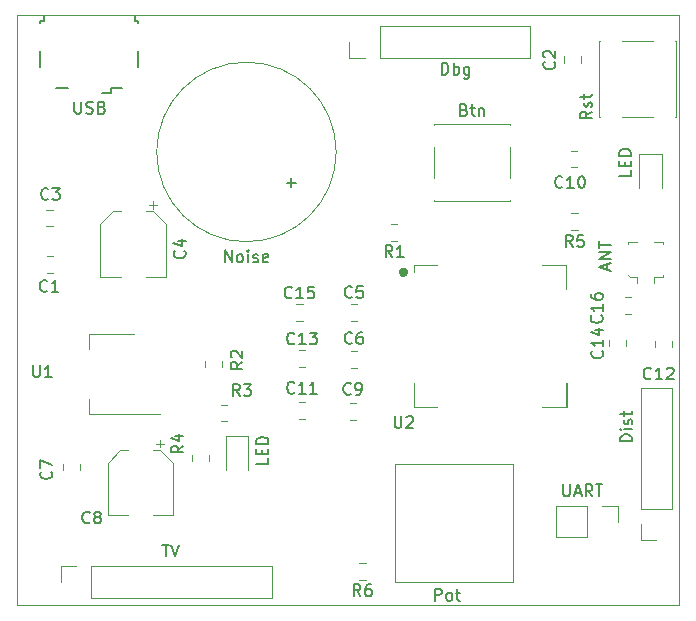
<source format=gbr>
G04 #@! TF.GenerationSoftware,KiCad,Pcbnew,5.1.5-52549c5~84~ubuntu18.04.1*
G04 #@! TF.CreationDate,2020-02-13T09:09:10+01:00*
G04 #@! TF.ProjectId,project,70726f6a-6563-4742-9e6b-696361645f70,rev?*
G04 #@! TF.SameCoordinates,Original*
G04 #@! TF.FileFunction,Legend,Top*
G04 #@! TF.FilePolarity,Positive*
%FSLAX46Y46*%
G04 Gerber Fmt 4.6, Leading zero omitted, Abs format (unit mm)*
G04 Created by KiCad (PCBNEW 5.1.5-52549c5~84~ubuntu18.04.1) date 2020-02-13 09:09:10*
%MOMM*%
%LPD*%
G04 APERTURE LIST*
%ADD10C,0.120000*%
%ADD11C,0.400000*%
%ADD12C,0.150000*%
G04 APERTURE END LIST*
D10*
X44000000Y-35000000D02*
X44000000Y-85000000D01*
X100000000Y-35000000D02*
X44000000Y-35000000D01*
X100000000Y-85000000D02*
X100000000Y-35000000D01*
X44000000Y-85000000D02*
X100000000Y-85000000D01*
D11*
X76900000Y-56800000D02*
G75*
G03X76900000Y-56800000I-200000J0D01*
G01*
D10*
X90550000Y-66200000D02*
X90550000Y-68200000D01*
X90450000Y-66200000D02*
X90450000Y-68200000D01*
X77550000Y-56200000D02*
X79550000Y-56200000D01*
X88450000Y-68200000D02*
X90450000Y-68200000D01*
X77550000Y-68200000D02*
X79550000Y-68200000D01*
X77550000Y-56200000D02*
X77550000Y-56800000D01*
X88450000Y-56200000D02*
X90450000Y-56200000D01*
X90450000Y-56200000D02*
X90450000Y-58200000D01*
X77550000Y-66200000D02*
X77550000Y-68200000D01*
X91436252Y-51790000D02*
X90913748Y-51790000D01*
X91436252Y-53210000D02*
X90913748Y-53210000D01*
X60210000Y-72761252D02*
X60210000Y-72238748D01*
X58790000Y-72761252D02*
X58790000Y-72238748D01*
X61640000Y-70640000D02*
X61640000Y-73500000D01*
X63560000Y-70640000D02*
X61640000Y-70640000D01*
X63560000Y-73500000D02*
X63560000Y-70640000D01*
X98100000Y-79430000D02*
X96770000Y-79430000D01*
X96770000Y-79430000D02*
X96770000Y-78100000D01*
X96770000Y-76830000D02*
X96770000Y-66610000D01*
X99430000Y-66610000D02*
X96770000Y-66610000D01*
X99430000Y-76830000D02*
X99430000Y-66610000D01*
X99430000Y-76830000D02*
X96770000Y-76830000D01*
X47670000Y-83000000D02*
X47670000Y-81670000D01*
X47670000Y-81670000D02*
X49000000Y-81670000D01*
X50270000Y-81670000D02*
X65570000Y-81670000D01*
X65570000Y-84330000D02*
X65570000Y-81670000D01*
X50270000Y-84330000D02*
X65570000Y-84330000D01*
X50270000Y-84330000D02*
X50270000Y-81670000D01*
X94830000Y-76570000D02*
X94830000Y-77900000D01*
X93500000Y-76570000D02*
X94830000Y-76570000D01*
X92230000Y-76570000D02*
X92230000Y-79230000D01*
X92230000Y-79230000D02*
X89630000Y-79230000D01*
X92230000Y-76570000D02*
X89630000Y-76570000D01*
X89630000Y-76570000D02*
X89630000Y-79230000D01*
X72070000Y-38630000D02*
X72070000Y-37300000D01*
X73400000Y-38630000D02*
X72070000Y-38630000D01*
X74670000Y-38630000D02*
X74670000Y-35970000D01*
X74670000Y-35970000D02*
X87430000Y-35970000D01*
X74670000Y-38630000D02*
X87430000Y-38630000D01*
X87430000Y-38630000D02*
X87430000Y-35970000D01*
X95986252Y-58890000D02*
X95463748Y-58890000D01*
X95986252Y-60310000D02*
X95463748Y-60310000D01*
X95510000Y-63061252D02*
X95510000Y-62538748D01*
X94090000Y-63061252D02*
X94090000Y-62538748D01*
X67838748Y-64810000D02*
X68361252Y-64810000D01*
X67838748Y-63390000D02*
X68361252Y-63390000D01*
X91361252Y-46490000D02*
X90838748Y-46490000D01*
X91361252Y-47910000D02*
X90838748Y-47910000D01*
X47890000Y-73013748D02*
X47890000Y-73536252D01*
X49310000Y-73013748D02*
X49310000Y-73536252D01*
X56100000Y-68810000D02*
X50090000Y-68810000D01*
X53850000Y-61990000D02*
X50090000Y-61990000D01*
X50090000Y-68810000D02*
X50090000Y-67550000D01*
X50090000Y-61990000D02*
X50090000Y-63250000D01*
X85730000Y-44270000D02*
X79270000Y-44270000D01*
X85730000Y-48800000D02*
X85730000Y-46200000D01*
X85730000Y-50730000D02*
X79270000Y-50730000D01*
X79270000Y-48800000D02*
X79270000Y-46200000D01*
X85730000Y-50700000D02*
X85730000Y-50730000D01*
X85730000Y-44270000D02*
X85730000Y-44300000D01*
X79270000Y-44270000D02*
X79270000Y-44300000D01*
X79270000Y-50730000D02*
X79270000Y-50700000D01*
X93270000Y-37170000D02*
X93270000Y-43630000D01*
X97800000Y-37170000D02*
X95200000Y-37170000D01*
X99730000Y-37170000D02*
X99730000Y-43630000D01*
X97800000Y-43630000D02*
X95200000Y-43630000D01*
X99700000Y-37170000D02*
X99730000Y-37170000D01*
X93270000Y-37170000D02*
X93300000Y-37170000D01*
X93270000Y-43630000D02*
X93300000Y-43630000D01*
X99730000Y-43630000D02*
X99700000Y-43630000D01*
X61238748Y-69410000D02*
X61761252Y-69410000D01*
X61238748Y-67990000D02*
X61761252Y-67990000D01*
X59890000Y-64313748D02*
X59890000Y-64836252D01*
X61310000Y-64313748D02*
X61310000Y-64836252D01*
X76186252Y-52690000D02*
X75663748Y-52690000D01*
X76186252Y-54110000D02*
X75663748Y-54110000D01*
X71000000Y-46600000D02*
G75*
G03X71000000Y-46600000I-7600000J0D01*
G01*
X95700000Y-54200000D02*
X96500000Y-54200000D01*
X95700000Y-54400000D02*
X95700000Y-54200000D01*
X98700000Y-54200000D02*
X98700000Y-54400000D01*
X97900000Y-54200000D02*
X98700000Y-54200000D01*
X98700000Y-57200000D02*
X97900000Y-57200000D01*
X98700000Y-57000000D02*
X98700000Y-57200000D01*
X95900000Y-57200000D02*
X95700000Y-57000000D01*
X96500000Y-57200000D02*
X95900000Y-57200000D01*
X96500000Y-57200000D02*
X96500000Y-57700000D01*
X97900000Y-57200000D02*
X97900000Y-57700000D01*
D12*
X48300000Y-41200000D02*
X47300000Y-41200000D01*
X51900000Y-41200000D02*
X52900000Y-41200000D01*
X51900000Y-41625000D02*
X51900000Y-41200000D01*
X51175000Y-41625000D02*
X51900000Y-41625000D01*
X45950000Y-38050000D02*
X45950000Y-39450000D01*
X45950000Y-35500000D02*
X45950000Y-35650000D01*
X46250000Y-35500000D02*
X45950000Y-35500000D01*
X46250000Y-35050000D02*
X46250000Y-35500000D01*
X53950000Y-35500000D02*
X53950000Y-35050000D01*
X54250000Y-35500000D02*
X53950000Y-35500000D01*
X54250000Y-35650000D02*
X54250000Y-35500000D01*
X54250000Y-39450000D02*
X54250000Y-38050000D01*
D10*
X96640000Y-46815000D02*
X96640000Y-49675000D01*
X98560000Y-46815000D02*
X96640000Y-46815000D01*
X98560000Y-49675000D02*
X98560000Y-46815000D01*
X67638748Y-60910000D02*
X68161252Y-60910000D01*
X67638748Y-59490000D02*
X68161252Y-59490000D01*
X97990000Y-62613748D02*
X97990000Y-63136252D01*
X99410000Y-62613748D02*
X99410000Y-63136252D01*
X67863748Y-69210000D02*
X68386252Y-69210000D01*
X67863748Y-67790000D02*
X68386252Y-67790000D01*
X72661252Y-67890000D02*
X72138748Y-67890000D01*
X72661252Y-69310000D02*
X72138748Y-69310000D01*
X56397500Y-71287500D02*
X55772500Y-71287500D01*
X56085000Y-70975000D02*
X56085000Y-71600000D01*
X52704437Y-71840000D02*
X51640000Y-72904437D01*
X56095563Y-71840000D02*
X57160000Y-72904437D01*
X56095563Y-71840000D02*
X55460000Y-71840000D01*
X52704437Y-71840000D02*
X53340000Y-71840000D01*
X51640000Y-72904437D02*
X51640000Y-77360000D01*
X57160000Y-72904437D02*
X57160000Y-77360000D01*
X57160000Y-77360000D02*
X55460000Y-77360000D01*
X51640000Y-77360000D02*
X53340000Y-77360000D01*
X72736252Y-63490000D02*
X72213748Y-63490000D01*
X72736252Y-64910000D02*
X72213748Y-64910000D01*
X72761252Y-59490000D02*
X72238748Y-59490000D01*
X72761252Y-60910000D02*
X72238748Y-60910000D01*
X55797500Y-51087500D02*
X55172500Y-51087500D01*
X55485000Y-50775000D02*
X55485000Y-51400000D01*
X52104437Y-51640000D02*
X51040000Y-52704437D01*
X55495563Y-51640000D02*
X56560000Y-52704437D01*
X55495563Y-51640000D02*
X54860000Y-51640000D01*
X52104437Y-51640000D02*
X52740000Y-51640000D01*
X51040000Y-52704437D02*
X51040000Y-57160000D01*
X56560000Y-52704437D02*
X56560000Y-57160000D01*
X56560000Y-57160000D02*
X54860000Y-57160000D01*
X51040000Y-57160000D02*
X52740000Y-57160000D01*
X46986252Y-51490000D02*
X46463748Y-51490000D01*
X46986252Y-52910000D02*
X46463748Y-52910000D01*
X91710000Y-39036252D02*
X91710000Y-38513748D01*
X90290000Y-39036252D02*
X90290000Y-38513748D01*
X47061252Y-55390000D02*
X46538748Y-55390000D01*
X47061252Y-56810000D02*
X46538748Y-56810000D01*
X73486252Y-82810000D02*
X72963748Y-82810000D01*
X73486252Y-81390000D02*
X72963748Y-81390000D01*
X76000000Y-83000000D02*
X86000000Y-83000000D01*
X86000000Y-83000000D02*
X86000000Y-73000000D01*
X86000000Y-73000000D02*
X76000000Y-73000000D01*
X76000000Y-73000000D02*
X76000000Y-83000000D01*
D12*
X75938095Y-68952380D02*
X75938095Y-69761904D01*
X75985714Y-69857142D01*
X76033333Y-69904761D01*
X76128571Y-69952380D01*
X76319047Y-69952380D01*
X76414285Y-69904761D01*
X76461904Y-69857142D01*
X76509523Y-69761904D01*
X76509523Y-68952380D01*
X76938095Y-69047619D02*
X76985714Y-69000000D01*
X77080952Y-68952380D01*
X77319047Y-68952380D01*
X77414285Y-69000000D01*
X77461904Y-69047619D01*
X77509523Y-69142857D01*
X77509523Y-69238095D01*
X77461904Y-69380952D01*
X76890476Y-69952380D01*
X77509523Y-69952380D01*
X91008333Y-54652380D02*
X90675000Y-54176190D01*
X90436904Y-54652380D02*
X90436904Y-53652380D01*
X90817857Y-53652380D01*
X90913095Y-53700000D01*
X90960714Y-53747619D01*
X91008333Y-53842857D01*
X91008333Y-53985714D01*
X90960714Y-54080952D01*
X90913095Y-54128571D01*
X90817857Y-54176190D01*
X90436904Y-54176190D01*
X91913095Y-53652380D02*
X91436904Y-53652380D01*
X91389285Y-54128571D01*
X91436904Y-54080952D01*
X91532142Y-54033333D01*
X91770238Y-54033333D01*
X91865476Y-54080952D01*
X91913095Y-54128571D01*
X91960714Y-54223809D01*
X91960714Y-54461904D01*
X91913095Y-54557142D01*
X91865476Y-54604761D01*
X91770238Y-54652380D01*
X91532142Y-54652380D01*
X91436904Y-54604761D01*
X91389285Y-54557142D01*
X58052380Y-71466666D02*
X57576190Y-71800000D01*
X58052380Y-72038095D02*
X57052380Y-72038095D01*
X57052380Y-71657142D01*
X57100000Y-71561904D01*
X57147619Y-71514285D01*
X57242857Y-71466666D01*
X57385714Y-71466666D01*
X57480952Y-71514285D01*
X57528571Y-71561904D01*
X57576190Y-71657142D01*
X57576190Y-72038095D01*
X57385714Y-70609523D02*
X58052380Y-70609523D01*
X57004761Y-70847619D02*
X57719047Y-71085714D01*
X57719047Y-70466666D01*
X65252380Y-72542857D02*
X65252380Y-73019047D01*
X64252380Y-73019047D01*
X64728571Y-72209523D02*
X64728571Y-71876190D01*
X65252380Y-71733333D02*
X65252380Y-72209523D01*
X64252380Y-72209523D01*
X64252380Y-71733333D01*
X65252380Y-71304761D02*
X64252380Y-71304761D01*
X64252380Y-71066666D01*
X64300000Y-70923809D01*
X64395238Y-70828571D01*
X64490476Y-70780952D01*
X64680952Y-70733333D01*
X64823809Y-70733333D01*
X65014285Y-70780952D01*
X65109523Y-70828571D01*
X65204761Y-70923809D01*
X65252380Y-71066666D01*
X65252380Y-71304761D01*
X96052380Y-71090476D02*
X95052380Y-71090476D01*
X95052380Y-70852380D01*
X95100000Y-70709523D01*
X95195238Y-70614285D01*
X95290476Y-70566666D01*
X95480952Y-70519047D01*
X95623809Y-70519047D01*
X95814285Y-70566666D01*
X95909523Y-70614285D01*
X96004761Y-70709523D01*
X96052380Y-70852380D01*
X96052380Y-71090476D01*
X96052380Y-70090476D02*
X95385714Y-70090476D01*
X95052380Y-70090476D02*
X95100000Y-70138095D01*
X95147619Y-70090476D01*
X95100000Y-70042857D01*
X95052380Y-70090476D01*
X95147619Y-70090476D01*
X96004761Y-69661904D02*
X96052380Y-69566666D01*
X96052380Y-69376190D01*
X96004761Y-69280952D01*
X95909523Y-69233333D01*
X95861904Y-69233333D01*
X95766666Y-69280952D01*
X95719047Y-69376190D01*
X95719047Y-69519047D01*
X95671428Y-69614285D01*
X95576190Y-69661904D01*
X95528571Y-69661904D01*
X95433333Y-69614285D01*
X95385714Y-69519047D01*
X95385714Y-69376190D01*
X95433333Y-69280952D01*
X95385714Y-68947619D02*
X95385714Y-68566666D01*
X95052380Y-68804761D02*
X95909523Y-68804761D01*
X96004761Y-68757142D01*
X96052380Y-68661904D01*
X96052380Y-68566666D01*
X56285714Y-79852380D02*
X56857142Y-79852380D01*
X56571428Y-80852380D02*
X56571428Y-79852380D01*
X57047619Y-79852380D02*
X57380952Y-80852380D01*
X57714285Y-79852380D01*
X90204761Y-74752380D02*
X90204761Y-75561904D01*
X90252380Y-75657142D01*
X90300000Y-75704761D01*
X90395238Y-75752380D01*
X90585714Y-75752380D01*
X90680952Y-75704761D01*
X90728571Y-75657142D01*
X90776190Y-75561904D01*
X90776190Y-74752380D01*
X91204761Y-75466666D02*
X91680952Y-75466666D01*
X91109523Y-75752380D02*
X91442857Y-74752380D01*
X91776190Y-75752380D01*
X92680952Y-75752380D02*
X92347619Y-75276190D01*
X92109523Y-75752380D02*
X92109523Y-74752380D01*
X92490476Y-74752380D01*
X92585714Y-74800000D01*
X92633333Y-74847619D01*
X92680952Y-74942857D01*
X92680952Y-75085714D01*
X92633333Y-75180952D01*
X92585714Y-75228571D01*
X92490476Y-75276190D01*
X92109523Y-75276190D01*
X92966666Y-74752380D02*
X93538095Y-74752380D01*
X93252380Y-75752380D02*
X93252380Y-74752380D01*
X79933333Y-40052380D02*
X79933333Y-39052380D01*
X80171428Y-39052380D01*
X80314285Y-39100000D01*
X80409523Y-39195238D01*
X80457142Y-39290476D01*
X80504761Y-39480952D01*
X80504761Y-39623809D01*
X80457142Y-39814285D01*
X80409523Y-39909523D01*
X80314285Y-40004761D01*
X80171428Y-40052380D01*
X79933333Y-40052380D01*
X80933333Y-40052380D02*
X80933333Y-39052380D01*
X80933333Y-39433333D02*
X81028571Y-39385714D01*
X81219047Y-39385714D01*
X81314285Y-39433333D01*
X81361904Y-39480952D01*
X81409523Y-39576190D01*
X81409523Y-39861904D01*
X81361904Y-39957142D01*
X81314285Y-40004761D01*
X81219047Y-40052380D01*
X81028571Y-40052380D01*
X80933333Y-40004761D01*
X82266666Y-39385714D02*
X82266666Y-40195238D01*
X82219047Y-40290476D01*
X82171428Y-40338095D01*
X82076190Y-40385714D01*
X81933333Y-40385714D01*
X81838095Y-40338095D01*
X82266666Y-40004761D02*
X82171428Y-40052380D01*
X81980952Y-40052380D01*
X81885714Y-40004761D01*
X81838095Y-39957142D01*
X81790476Y-39861904D01*
X81790476Y-39576190D01*
X81838095Y-39480952D01*
X81885714Y-39433333D01*
X81980952Y-39385714D01*
X82171428Y-39385714D01*
X82266666Y-39433333D01*
X93457142Y-60442857D02*
X93504761Y-60490476D01*
X93552380Y-60633333D01*
X93552380Y-60728571D01*
X93504761Y-60871428D01*
X93409523Y-60966666D01*
X93314285Y-61014285D01*
X93123809Y-61061904D01*
X92980952Y-61061904D01*
X92790476Y-61014285D01*
X92695238Y-60966666D01*
X92600000Y-60871428D01*
X92552380Y-60728571D01*
X92552380Y-60633333D01*
X92600000Y-60490476D01*
X92647619Y-60442857D01*
X93552380Y-59490476D02*
X93552380Y-60061904D01*
X93552380Y-59776190D02*
X92552380Y-59776190D01*
X92695238Y-59871428D01*
X92790476Y-59966666D01*
X92838095Y-60061904D01*
X92552380Y-58633333D02*
X92552380Y-58823809D01*
X92600000Y-58919047D01*
X92647619Y-58966666D01*
X92790476Y-59061904D01*
X92980952Y-59109523D01*
X93361904Y-59109523D01*
X93457142Y-59061904D01*
X93504761Y-59014285D01*
X93552380Y-58919047D01*
X93552380Y-58728571D01*
X93504761Y-58633333D01*
X93457142Y-58585714D01*
X93361904Y-58538095D01*
X93123809Y-58538095D01*
X93028571Y-58585714D01*
X92980952Y-58633333D01*
X92933333Y-58728571D01*
X92933333Y-58919047D01*
X92980952Y-59014285D01*
X93028571Y-59061904D01*
X93123809Y-59109523D01*
X93507142Y-63442857D02*
X93554761Y-63490476D01*
X93602380Y-63633333D01*
X93602380Y-63728571D01*
X93554761Y-63871428D01*
X93459523Y-63966666D01*
X93364285Y-64014285D01*
X93173809Y-64061904D01*
X93030952Y-64061904D01*
X92840476Y-64014285D01*
X92745238Y-63966666D01*
X92650000Y-63871428D01*
X92602380Y-63728571D01*
X92602380Y-63633333D01*
X92650000Y-63490476D01*
X92697619Y-63442857D01*
X93602380Y-62490476D02*
X93602380Y-63061904D01*
X93602380Y-62776190D02*
X92602380Y-62776190D01*
X92745238Y-62871428D01*
X92840476Y-62966666D01*
X92888095Y-63061904D01*
X92935714Y-61633333D02*
X93602380Y-61633333D01*
X92554761Y-61871428D02*
X93269047Y-62109523D01*
X93269047Y-61490476D01*
X67457142Y-62807142D02*
X67409523Y-62854761D01*
X67266666Y-62902380D01*
X67171428Y-62902380D01*
X67028571Y-62854761D01*
X66933333Y-62759523D01*
X66885714Y-62664285D01*
X66838095Y-62473809D01*
X66838095Y-62330952D01*
X66885714Y-62140476D01*
X66933333Y-62045238D01*
X67028571Y-61950000D01*
X67171428Y-61902380D01*
X67266666Y-61902380D01*
X67409523Y-61950000D01*
X67457142Y-61997619D01*
X68409523Y-62902380D02*
X67838095Y-62902380D01*
X68123809Y-62902380D02*
X68123809Y-61902380D01*
X68028571Y-62045238D01*
X67933333Y-62140476D01*
X67838095Y-62188095D01*
X68742857Y-61902380D02*
X69361904Y-61902380D01*
X69028571Y-62283333D01*
X69171428Y-62283333D01*
X69266666Y-62330952D01*
X69314285Y-62378571D01*
X69361904Y-62473809D01*
X69361904Y-62711904D01*
X69314285Y-62807142D01*
X69266666Y-62854761D01*
X69171428Y-62902380D01*
X68885714Y-62902380D01*
X68790476Y-62854761D01*
X68742857Y-62807142D01*
X90157142Y-49557142D02*
X90109523Y-49604761D01*
X89966666Y-49652380D01*
X89871428Y-49652380D01*
X89728571Y-49604761D01*
X89633333Y-49509523D01*
X89585714Y-49414285D01*
X89538095Y-49223809D01*
X89538095Y-49080952D01*
X89585714Y-48890476D01*
X89633333Y-48795238D01*
X89728571Y-48700000D01*
X89871428Y-48652380D01*
X89966666Y-48652380D01*
X90109523Y-48700000D01*
X90157142Y-48747619D01*
X91109523Y-49652380D02*
X90538095Y-49652380D01*
X90823809Y-49652380D02*
X90823809Y-48652380D01*
X90728571Y-48795238D01*
X90633333Y-48890476D01*
X90538095Y-48938095D01*
X91728571Y-48652380D02*
X91823809Y-48652380D01*
X91919047Y-48700000D01*
X91966666Y-48747619D01*
X92014285Y-48842857D01*
X92061904Y-49033333D01*
X92061904Y-49271428D01*
X92014285Y-49461904D01*
X91966666Y-49557142D01*
X91919047Y-49604761D01*
X91823809Y-49652380D01*
X91728571Y-49652380D01*
X91633333Y-49604761D01*
X91585714Y-49557142D01*
X91538095Y-49461904D01*
X91490476Y-49271428D01*
X91490476Y-49033333D01*
X91538095Y-48842857D01*
X91585714Y-48747619D01*
X91633333Y-48700000D01*
X91728571Y-48652380D01*
X46857142Y-73666666D02*
X46904761Y-73714285D01*
X46952380Y-73857142D01*
X46952380Y-73952380D01*
X46904761Y-74095238D01*
X46809523Y-74190476D01*
X46714285Y-74238095D01*
X46523809Y-74285714D01*
X46380952Y-74285714D01*
X46190476Y-74238095D01*
X46095238Y-74190476D01*
X46000000Y-74095238D01*
X45952380Y-73952380D01*
X45952380Y-73857142D01*
X46000000Y-73714285D01*
X46047619Y-73666666D01*
X45952380Y-73333333D02*
X45952380Y-72666666D01*
X46952380Y-73095238D01*
X45338095Y-64652380D02*
X45338095Y-65461904D01*
X45385714Y-65557142D01*
X45433333Y-65604761D01*
X45528571Y-65652380D01*
X45719047Y-65652380D01*
X45814285Y-65604761D01*
X45861904Y-65557142D01*
X45909523Y-65461904D01*
X45909523Y-64652380D01*
X46909523Y-65652380D02*
X46338095Y-65652380D01*
X46623809Y-65652380D02*
X46623809Y-64652380D01*
X46528571Y-64795238D01*
X46433333Y-64890476D01*
X46338095Y-64938095D01*
X81833333Y-43028571D02*
X81976190Y-43076190D01*
X82023809Y-43123809D01*
X82071428Y-43219047D01*
X82071428Y-43361904D01*
X82023809Y-43457142D01*
X81976190Y-43504761D01*
X81880952Y-43552380D01*
X81500000Y-43552380D01*
X81500000Y-42552380D01*
X81833333Y-42552380D01*
X81928571Y-42600000D01*
X81976190Y-42647619D01*
X82023809Y-42742857D01*
X82023809Y-42838095D01*
X81976190Y-42933333D01*
X81928571Y-42980952D01*
X81833333Y-43028571D01*
X81500000Y-43028571D01*
X82357142Y-42885714D02*
X82738095Y-42885714D01*
X82500000Y-42552380D02*
X82500000Y-43409523D01*
X82547619Y-43504761D01*
X82642857Y-43552380D01*
X82738095Y-43552380D01*
X83071428Y-42885714D02*
X83071428Y-43552380D01*
X83071428Y-42980952D02*
X83119047Y-42933333D01*
X83214285Y-42885714D01*
X83357142Y-42885714D01*
X83452380Y-42933333D01*
X83500000Y-43028571D01*
X83500000Y-43552380D01*
X92652380Y-43180952D02*
X92176190Y-43514285D01*
X92652380Y-43752380D02*
X91652380Y-43752380D01*
X91652380Y-43371428D01*
X91700000Y-43276190D01*
X91747619Y-43228571D01*
X91842857Y-43180952D01*
X91985714Y-43180952D01*
X92080952Y-43228571D01*
X92128571Y-43276190D01*
X92176190Y-43371428D01*
X92176190Y-43752380D01*
X92604761Y-42800000D02*
X92652380Y-42704761D01*
X92652380Y-42514285D01*
X92604761Y-42419047D01*
X92509523Y-42371428D01*
X92461904Y-42371428D01*
X92366666Y-42419047D01*
X92319047Y-42514285D01*
X92319047Y-42657142D01*
X92271428Y-42752380D01*
X92176190Y-42800000D01*
X92128571Y-42800000D01*
X92033333Y-42752380D01*
X91985714Y-42657142D01*
X91985714Y-42514285D01*
X92033333Y-42419047D01*
X91985714Y-42085714D02*
X91985714Y-41704761D01*
X91652380Y-41942857D02*
X92509523Y-41942857D01*
X92604761Y-41895238D01*
X92652380Y-41800000D01*
X92652380Y-41704761D01*
X62833333Y-67252380D02*
X62500000Y-66776190D01*
X62261904Y-67252380D02*
X62261904Y-66252380D01*
X62642857Y-66252380D01*
X62738095Y-66300000D01*
X62785714Y-66347619D01*
X62833333Y-66442857D01*
X62833333Y-66585714D01*
X62785714Y-66680952D01*
X62738095Y-66728571D01*
X62642857Y-66776190D01*
X62261904Y-66776190D01*
X63166666Y-66252380D02*
X63785714Y-66252380D01*
X63452380Y-66633333D01*
X63595238Y-66633333D01*
X63690476Y-66680952D01*
X63738095Y-66728571D01*
X63785714Y-66823809D01*
X63785714Y-67061904D01*
X63738095Y-67157142D01*
X63690476Y-67204761D01*
X63595238Y-67252380D01*
X63309523Y-67252380D01*
X63214285Y-67204761D01*
X63166666Y-67157142D01*
X63052380Y-64366666D02*
X62576190Y-64700000D01*
X63052380Y-64938095D02*
X62052380Y-64938095D01*
X62052380Y-64557142D01*
X62100000Y-64461904D01*
X62147619Y-64414285D01*
X62242857Y-64366666D01*
X62385714Y-64366666D01*
X62480952Y-64414285D01*
X62528571Y-64461904D01*
X62576190Y-64557142D01*
X62576190Y-64938095D01*
X62147619Y-63985714D02*
X62100000Y-63938095D01*
X62052380Y-63842857D01*
X62052380Y-63604761D01*
X62100000Y-63509523D01*
X62147619Y-63461904D01*
X62242857Y-63414285D01*
X62338095Y-63414285D01*
X62480952Y-63461904D01*
X63052380Y-64033333D01*
X63052380Y-63414285D01*
X75758333Y-55502380D02*
X75425000Y-55026190D01*
X75186904Y-55502380D02*
X75186904Y-54502380D01*
X75567857Y-54502380D01*
X75663095Y-54550000D01*
X75710714Y-54597619D01*
X75758333Y-54692857D01*
X75758333Y-54835714D01*
X75710714Y-54930952D01*
X75663095Y-54978571D01*
X75567857Y-55026190D01*
X75186904Y-55026190D01*
X76710714Y-55502380D02*
X76139285Y-55502380D01*
X76425000Y-55502380D02*
X76425000Y-54502380D01*
X76329761Y-54645238D01*
X76234523Y-54740476D01*
X76139285Y-54788095D01*
X61580476Y-55942380D02*
X61580476Y-54942380D01*
X62151904Y-55942380D01*
X62151904Y-54942380D01*
X62770952Y-55942380D02*
X62675714Y-55894761D01*
X62628095Y-55847142D01*
X62580476Y-55751904D01*
X62580476Y-55466190D01*
X62628095Y-55370952D01*
X62675714Y-55323333D01*
X62770952Y-55275714D01*
X62913809Y-55275714D01*
X63009047Y-55323333D01*
X63056666Y-55370952D01*
X63104285Y-55466190D01*
X63104285Y-55751904D01*
X63056666Y-55847142D01*
X63009047Y-55894761D01*
X62913809Y-55942380D01*
X62770952Y-55942380D01*
X63532857Y-55942380D02*
X63532857Y-55275714D01*
X63532857Y-54942380D02*
X63485238Y-54990000D01*
X63532857Y-55037619D01*
X63580476Y-54990000D01*
X63532857Y-54942380D01*
X63532857Y-55037619D01*
X63961428Y-55894761D02*
X64056666Y-55942380D01*
X64247142Y-55942380D01*
X64342380Y-55894761D01*
X64390000Y-55799523D01*
X64390000Y-55751904D01*
X64342380Y-55656666D01*
X64247142Y-55609047D01*
X64104285Y-55609047D01*
X64009047Y-55561428D01*
X63961428Y-55466190D01*
X63961428Y-55418571D01*
X64009047Y-55323333D01*
X64104285Y-55275714D01*
X64247142Y-55275714D01*
X64342380Y-55323333D01*
X65199523Y-55894761D02*
X65104285Y-55942380D01*
X64913809Y-55942380D01*
X64818571Y-55894761D01*
X64770952Y-55799523D01*
X64770952Y-55418571D01*
X64818571Y-55323333D01*
X64913809Y-55275714D01*
X65104285Y-55275714D01*
X65199523Y-55323333D01*
X65247142Y-55418571D01*
X65247142Y-55513809D01*
X64770952Y-55609047D01*
X66829047Y-49211428D02*
X67590952Y-49211428D01*
X67210000Y-49592380D02*
X67210000Y-48830476D01*
X93966666Y-56542857D02*
X93966666Y-56066666D01*
X94252380Y-56638095D02*
X93252380Y-56304761D01*
X94252380Y-55971428D01*
X94252380Y-55638095D02*
X93252380Y-55638095D01*
X94252380Y-55066666D01*
X93252380Y-55066666D01*
X93252380Y-54733333D02*
X93252380Y-54161904D01*
X94252380Y-54447619D02*
X93252380Y-54447619D01*
X48838095Y-42352380D02*
X48838095Y-43161904D01*
X48885714Y-43257142D01*
X48933333Y-43304761D01*
X49028571Y-43352380D01*
X49219047Y-43352380D01*
X49314285Y-43304761D01*
X49361904Y-43257142D01*
X49409523Y-43161904D01*
X49409523Y-42352380D01*
X49838095Y-43304761D02*
X49980952Y-43352380D01*
X50219047Y-43352380D01*
X50314285Y-43304761D01*
X50361904Y-43257142D01*
X50409523Y-43161904D01*
X50409523Y-43066666D01*
X50361904Y-42971428D01*
X50314285Y-42923809D01*
X50219047Y-42876190D01*
X50028571Y-42828571D01*
X49933333Y-42780952D01*
X49885714Y-42733333D01*
X49838095Y-42638095D01*
X49838095Y-42542857D01*
X49885714Y-42447619D01*
X49933333Y-42400000D01*
X50028571Y-42352380D01*
X50266666Y-42352380D01*
X50409523Y-42400000D01*
X51171428Y-42828571D02*
X51314285Y-42876190D01*
X51361904Y-42923809D01*
X51409523Y-43019047D01*
X51409523Y-43161904D01*
X51361904Y-43257142D01*
X51314285Y-43304761D01*
X51219047Y-43352380D01*
X50838095Y-43352380D01*
X50838095Y-42352380D01*
X51171428Y-42352380D01*
X51266666Y-42400000D01*
X51314285Y-42447619D01*
X51361904Y-42542857D01*
X51361904Y-42638095D01*
X51314285Y-42733333D01*
X51266666Y-42780952D01*
X51171428Y-42828571D01*
X50838095Y-42828571D01*
X95952380Y-48142857D02*
X95952380Y-48619047D01*
X94952380Y-48619047D01*
X95428571Y-47809523D02*
X95428571Y-47476190D01*
X95952380Y-47333333D02*
X95952380Y-47809523D01*
X94952380Y-47809523D01*
X94952380Y-47333333D01*
X95952380Y-46904761D02*
X94952380Y-46904761D01*
X94952380Y-46666666D01*
X95000000Y-46523809D01*
X95095238Y-46428571D01*
X95190476Y-46380952D01*
X95380952Y-46333333D01*
X95523809Y-46333333D01*
X95714285Y-46380952D01*
X95809523Y-46428571D01*
X95904761Y-46523809D01*
X95952380Y-46666666D01*
X95952380Y-46904761D01*
X67257142Y-58907142D02*
X67209523Y-58954761D01*
X67066666Y-59002380D01*
X66971428Y-59002380D01*
X66828571Y-58954761D01*
X66733333Y-58859523D01*
X66685714Y-58764285D01*
X66638095Y-58573809D01*
X66638095Y-58430952D01*
X66685714Y-58240476D01*
X66733333Y-58145238D01*
X66828571Y-58050000D01*
X66971428Y-58002380D01*
X67066666Y-58002380D01*
X67209523Y-58050000D01*
X67257142Y-58097619D01*
X68209523Y-59002380D02*
X67638095Y-59002380D01*
X67923809Y-59002380D02*
X67923809Y-58002380D01*
X67828571Y-58145238D01*
X67733333Y-58240476D01*
X67638095Y-58288095D01*
X69114285Y-58002380D02*
X68638095Y-58002380D01*
X68590476Y-58478571D01*
X68638095Y-58430952D01*
X68733333Y-58383333D01*
X68971428Y-58383333D01*
X69066666Y-58430952D01*
X69114285Y-58478571D01*
X69161904Y-58573809D01*
X69161904Y-58811904D01*
X69114285Y-58907142D01*
X69066666Y-58954761D01*
X68971428Y-59002380D01*
X68733333Y-59002380D01*
X68638095Y-58954761D01*
X68590476Y-58907142D01*
X97657142Y-65757142D02*
X97609523Y-65804761D01*
X97466666Y-65852380D01*
X97371428Y-65852380D01*
X97228571Y-65804761D01*
X97133333Y-65709523D01*
X97085714Y-65614285D01*
X97038095Y-65423809D01*
X97038095Y-65280952D01*
X97085714Y-65090476D01*
X97133333Y-64995238D01*
X97228571Y-64900000D01*
X97371428Y-64852380D01*
X97466666Y-64852380D01*
X97609523Y-64900000D01*
X97657142Y-64947619D01*
X98609523Y-65852380D02*
X98038095Y-65852380D01*
X98323809Y-65852380D02*
X98323809Y-64852380D01*
X98228571Y-64995238D01*
X98133333Y-65090476D01*
X98038095Y-65138095D01*
X98990476Y-64947619D02*
X99038095Y-64900000D01*
X99133333Y-64852380D01*
X99371428Y-64852380D01*
X99466666Y-64900000D01*
X99514285Y-64947619D01*
X99561904Y-65042857D01*
X99561904Y-65138095D01*
X99514285Y-65280952D01*
X98942857Y-65852380D01*
X99561904Y-65852380D01*
X67457142Y-66957142D02*
X67409523Y-67004761D01*
X67266666Y-67052380D01*
X67171428Y-67052380D01*
X67028571Y-67004761D01*
X66933333Y-66909523D01*
X66885714Y-66814285D01*
X66838095Y-66623809D01*
X66838095Y-66480952D01*
X66885714Y-66290476D01*
X66933333Y-66195238D01*
X67028571Y-66100000D01*
X67171428Y-66052380D01*
X67266666Y-66052380D01*
X67409523Y-66100000D01*
X67457142Y-66147619D01*
X68409523Y-67052380D02*
X67838095Y-67052380D01*
X68123809Y-67052380D02*
X68123809Y-66052380D01*
X68028571Y-66195238D01*
X67933333Y-66290476D01*
X67838095Y-66338095D01*
X69361904Y-67052380D02*
X68790476Y-67052380D01*
X69076190Y-67052380D02*
X69076190Y-66052380D01*
X68980952Y-66195238D01*
X68885714Y-66290476D01*
X68790476Y-66338095D01*
X72233333Y-67057142D02*
X72185714Y-67104761D01*
X72042857Y-67152380D01*
X71947619Y-67152380D01*
X71804761Y-67104761D01*
X71709523Y-67009523D01*
X71661904Y-66914285D01*
X71614285Y-66723809D01*
X71614285Y-66580952D01*
X71661904Y-66390476D01*
X71709523Y-66295238D01*
X71804761Y-66200000D01*
X71947619Y-66152380D01*
X72042857Y-66152380D01*
X72185714Y-66200000D01*
X72233333Y-66247619D01*
X72709523Y-67152380D02*
X72900000Y-67152380D01*
X72995238Y-67104761D01*
X73042857Y-67057142D01*
X73138095Y-66914285D01*
X73185714Y-66723809D01*
X73185714Y-66342857D01*
X73138095Y-66247619D01*
X73090476Y-66200000D01*
X72995238Y-66152380D01*
X72804761Y-66152380D01*
X72709523Y-66200000D01*
X72661904Y-66247619D01*
X72614285Y-66342857D01*
X72614285Y-66580952D01*
X72661904Y-66676190D01*
X72709523Y-66723809D01*
X72804761Y-66771428D01*
X72995238Y-66771428D01*
X73090476Y-66723809D01*
X73138095Y-66676190D01*
X73185714Y-66580952D01*
X50133333Y-77957142D02*
X50085714Y-78004761D01*
X49942857Y-78052380D01*
X49847619Y-78052380D01*
X49704761Y-78004761D01*
X49609523Y-77909523D01*
X49561904Y-77814285D01*
X49514285Y-77623809D01*
X49514285Y-77480952D01*
X49561904Y-77290476D01*
X49609523Y-77195238D01*
X49704761Y-77100000D01*
X49847619Y-77052380D01*
X49942857Y-77052380D01*
X50085714Y-77100000D01*
X50133333Y-77147619D01*
X50704761Y-77480952D02*
X50609523Y-77433333D01*
X50561904Y-77385714D01*
X50514285Y-77290476D01*
X50514285Y-77242857D01*
X50561904Y-77147619D01*
X50609523Y-77100000D01*
X50704761Y-77052380D01*
X50895238Y-77052380D01*
X50990476Y-77100000D01*
X51038095Y-77147619D01*
X51085714Y-77242857D01*
X51085714Y-77290476D01*
X51038095Y-77385714D01*
X50990476Y-77433333D01*
X50895238Y-77480952D01*
X50704761Y-77480952D01*
X50609523Y-77528571D01*
X50561904Y-77576190D01*
X50514285Y-77671428D01*
X50514285Y-77861904D01*
X50561904Y-77957142D01*
X50609523Y-78004761D01*
X50704761Y-78052380D01*
X50895238Y-78052380D01*
X50990476Y-78004761D01*
X51038095Y-77957142D01*
X51085714Y-77861904D01*
X51085714Y-77671428D01*
X51038095Y-77576190D01*
X50990476Y-77528571D01*
X50895238Y-77480952D01*
X72333333Y-62757142D02*
X72285714Y-62804761D01*
X72142857Y-62852380D01*
X72047619Y-62852380D01*
X71904761Y-62804761D01*
X71809523Y-62709523D01*
X71761904Y-62614285D01*
X71714285Y-62423809D01*
X71714285Y-62280952D01*
X71761904Y-62090476D01*
X71809523Y-61995238D01*
X71904761Y-61900000D01*
X72047619Y-61852380D01*
X72142857Y-61852380D01*
X72285714Y-61900000D01*
X72333333Y-61947619D01*
X73190476Y-61852380D02*
X73000000Y-61852380D01*
X72904761Y-61900000D01*
X72857142Y-61947619D01*
X72761904Y-62090476D01*
X72714285Y-62280952D01*
X72714285Y-62661904D01*
X72761904Y-62757142D01*
X72809523Y-62804761D01*
X72904761Y-62852380D01*
X73095238Y-62852380D01*
X73190476Y-62804761D01*
X73238095Y-62757142D01*
X73285714Y-62661904D01*
X73285714Y-62423809D01*
X73238095Y-62328571D01*
X73190476Y-62280952D01*
X73095238Y-62233333D01*
X72904761Y-62233333D01*
X72809523Y-62280952D01*
X72761904Y-62328571D01*
X72714285Y-62423809D01*
X72333333Y-58857142D02*
X72285714Y-58904761D01*
X72142857Y-58952380D01*
X72047619Y-58952380D01*
X71904761Y-58904761D01*
X71809523Y-58809523D01*
X71761904Y-58714285D01*
X71714285Y-58523809D01*
X71714285Y-58380952D01*
X71761904Y-58190476D01*
X71809523Y-58095238D01*
X71904761Y-58000000D01*
X72047619Y-57952380D01*
X72142857Y-57952380D01*
X72285714Y-58000000D01*
X72333333Y-58047619D01*
X73238095Y-57952380D02*
X72761904Y-57952380D01*
X72714285Y-58428571D01*
X72761904Y-58380952D01*
X72857142Y-58333333D01*
X73095238Y-58333333D01*
X73190476Y-58380952D01*
X73238095Y-58428571D01*
X73285714Y-58523809D01*
X73285714Y-58761904D01*
X73238095Y-58857142D01*
X73190476Y-58904761D01*
X73095238Y-58952380D01*
X72857142Y-58952380D01*
X72761904Y-58904761D01*
X72714285Y-58857142D01*
X58157142Y-54966666D02*
X58204761Y-55014285D01*
X58252380Y-55157142D01*
X58252380Y-55252380D01*
X58204761Y-55395238D01*
X58109523Y-55490476D01*
X58014285Y-55538095D01*
X57823809Y-55585714D01*
X57680952Y-55585714D01*
X57490476Y-55538095D01*
X57395238Y-55490476D01*
X57300000Y-55395238D01*
X57252380Y-55252380D01*
X57252380Y-55157142D01*
X57300000Y-55014285D01*
X57347619Y-54966666D01*
X57585714Y-54109523D02*
X58252380Y-54109523D01*
X57204761Y-54347619D02*
X57919047Y-54585714D01*
X57919047Y-53966666D01*
X46633333Y-50557142D02*
X46585714Y-50604761D01*
X46442857Y-50652380D01*
X46347619Y-50652380D01*
X46204761Y-50604761D01*
X46109523Y-50509523D01*
X46061904Y-50414285D01*
X46014285Y-50223809D01*
X46014285Y-50080952D01*
X46061904Y-49890476D01*
X46109523Y-49795238D01*
X46204761Y-49700000D01*
X46347619Y-49652380D01*
X46442857Y-49652380D01*
X46585714Y-49700000D01*
X46633333Y-49747619D01*
X46966666Y-49652380D02*
X47585714Y-49652380D01*
X47252380Y-50033333D01*
X47395238Y-50033333D01*
X47490476Y-50080952D01*
X47538095Y-50128571D01*
X47585714Y-50223809D01*
X47585714Y-50461904D01*
X47538095Y-50557142D01*
X47490476Y-50604761D01*
X47395238Y-50652380D01*
X47109523Y-50652380D01*
X47014285Y-50604761D01*
X46966666Y-50557142D01*
X89457142Y-38966666D02*
X89504761Y-39014285D01*
X89552380Y-39157142D01*
X89552380Y-39252380D01*
X89504761Y-39395238D01*
X89409523Y-39490476D01*
X89314285Y-39538095D01*
X89123809Y-39585714D01*
X88980952Y-39585714D01*
X88790476Y-39538095D01*
X88695238Y-39490476D01*
X88600000Y-39395238D01*
X88552380Y-39252380D01*
X88552380Y-39157142D01*
X88600000Y-39014285D01*
X88647619Y-38966666D01*
X88647619Y-38585714D02*
X88600000Y-38538095D01*
X88552380Y-38442857D01*
X88552380Y-38204761D01*
X88600000Y-38109523D01*
X88647619Y-38061904D01*
X88742857Y-38014285D01*
X88838095Y-38014285D01*
X88980952Y-38061904D01*
X89552380Y-38633333D01*
X89552380Y-38014285D01*
X46533333Y-58357142D02*
X46485714Y-58404761D01*
X46342857Y-58452380D01*
X46247619Y-58452380D01*
X46104761Y-58404761D01*
X46009523Y-58309523D01*
X45961904Y-58214285D01*
X45914285Y-58023809D01*
X45914285Y-57880952D01*
X45961904Y-57690476D01*
X46009523Y-57595238D01*
X46104761Y-57500000D01*
X46247619Y-57452380D01*
X46342857Y-57452380D01*
X46485714Y-57500000D01*
X46533333Y-57547619D01*
X47485714Y-58452380D02*
X46914285Y-58452380D01*
X47200000Y-58452380D02*
X47200000Y-57452380D01*
X47104761Y-57595238D01*
X47009523Y-57690476D01*
X46914285Y-57738095D01*
X73058333Y-84202380D02*
X72725000Y-83726190D01*
X72486904Y-84202380D02*
X72486904Y-83202380D01*
X72867857Y-83202380D01*
X72963095Y-83250000D01*
X73010714Y-83297619D01*
X73058333Y-83392857D01*
X73058333Y-83535714D01*
X73010714Y-83630952D01*
X72963095Y-83678571D01*
X72867857Y-83726190D01*
X72486904Y-83726190D01*
X73915476Y-83202380D02*
X73725000Y-83202380D01*
X73629761Y-83250000D01*
X73582142Y-83297619D01*
X73486904Y-83440476D01*
X73439285Y-83630952D01*
X73439285Y-84011904D01*
X73486904Y-84107142D01*
X73534523Y-84154761D01*
X73629761Y-84202380D01*
X73820238Y-84202380D01*
X73915476Y-84154761D01*
X73963095Y-84107142D01*
X74010714Y-84011904D01*
X74010714Y-83773809D01*
X73963095Y-83678571D01*
X73915476Y-83630952D01*
X73820238Y-83583333D01*
X73629761Y-83583333D01*
X73534523Y-83630952D01*
X73486904Y-83678571D01*
X73439285Y-83773809D01*
X79350000Y-84592379D02*
X79350000Y-83592379D01*
X79730952Y-83592379D01*
X79826190Y-83639999D01*
X79873809Y-83687618D01*
X79921428Y-83782856D01*
X79921428Y-83925713D01*
X79873809Y-84020951D01*
X79826190Y-84068570D01*
X79730952Y-84116189D01*
X79350000Y-84116189D01*
X80492857Y-84592379D02*
X80397619Y-84544760D01*
X80350000Y-84497141D01*
X80302380Y-84401903D01*
X80302380Y-84116189D01*
X80350000Y-84020951D01*
X80397619Y-83973332D01*
X80492857Y-83925713D01*
X80635714Y-83925713D01*
X80730952Y-83973332D01*
X80778571Y-84020951D01*
X80826190Y-84116189D01*
X80826190Y-84401903D01*
X80778571Y-84497141D01*
X80730952Y-84544760D01*
X80635714Y-84592379D01*
X80492857Y-84592379D01*
X81111904Y-83925713D02*
X81492857Y-83925713D01*
X81254761Y-83592379D02*
X81254761Y-84449522D01*
X81302380Y-84544760D01*
X81397619Y-84592379D01*
X81492857Y-84592379D01*
M02*

</source>
